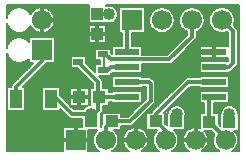
<source format=gtl>
G04 DipTrace 2.4.0.2*
%INSquishyDuinoRev2.gtl*%
%MOIN*%
%ADD13C,0.013*%
%ADD14C,0.0061*%
%ADD15R,0.0433X0.0394*%
%ADD16R,0.0669X0.0669*%
%ADD17C,0.0669*%
%ADD19R,0.0335X0.0197*%
%ADD20R,0.0394X0.0433*%
%ADD21R,0.0394X0.0591*%
%ADD22R,0.0787X0.0236*%
%ADD23C,0.04*%
%FSLAX44Y44*%
G04*
G70*
G90*
G75*
G01*
%LNTop*%
%LPD*%
X7205Y5937D2*
D13*
X8123D1*
X11536Y5107D2*
X11537D1*
Y5375D1*
X9786D2*
X9753Y5341D1*
Y5121D1*
X6911Y5375D2*
X6941Y5345D1*
Y5121D1*
X7205Y5937D2*
X7161Y5893D1*
Y5500D1*
X7036Y5375D1*
X6911D1*
X6286D1*
X5723Y5937D1*
X5598D1*
Y5875D1*
X6504Y7101D2*
X7161Y6443D1*
Y5500D1*
X11286Y8500D2*
X11662Y8125D1*
Y7062D1*
X11536Y6937D1*
X11036D1*
X7330Y7357D2*
D14*
X7286Y7312D1*
X7474D1*
D13*
X7599Y7187D1*
X9536D1*
X10286Y7937D1*
Y8500D1*
X7330Y6845D2*
X7506D1*
X7599Y6937D1*
X7724D1*
X8123D1*
X7330Y7357D2*
D14*
X7349D1*
Y6845D1*
X7330D1*
X8286Y8500D2*
D13*
X8123Y8337D1*
Y7437D1*
Y6437D2*
X8849D1*
X8911Y6375D1*
Y5812D1*
X8219Y5121D1*
X7610D1*
X7411Y4922D1*
Y4500D1*
X11036Y6437D2*
X10161D1*
X9084Y5360D1*
Y5121D1*
X9411Y4793D1*
Y4500D1*
X11036Y5937D2*
X10867D1*
Y5107D1*
X11411Y4563D1*
Y4500D1*
X7139Y8710D2*
X7161Y8688D1*
X7536D1*
X5286Y7500D2*
Y7125D1*
X4417Y6256D1*
Y5875D1*
D23*
X11537Y5375D3*
X9786D3*
X6911D3*
D3*
D3*
X7536Y8688D3*
X4348Y5250D3*
Y4812D3*
Y4375D3*
X5723D3*
Y4812D3*
Y5250D3*
X4125Y8956D2*
D14*
X6842D1*
X7664D2*
X11867D1*
X4125Y8896D2*
X4373D1*
X4700D2*
X5113D1*
X5459D2*
X6842D1*
X7750D2*
X7851D1*
X8721D2*
X9113D1*
X9458D2*
X10113D1*
X10458D2*
X11114D1*
X11458D2*
X11867D1*
X4125Y8835D2*
X4268D1*
X4804D2*
X5013D1*
X5559D2*
X6842D1*
X7797D2*
X7851D1*
X8721D2*
X9012D1*
X9560D2*
X10012D1*
X10560D2*
X11012D1*
X11560D2*
X11867D1*
X4125Y8775D2*
X4206D1*
X4867D2*
X4950D1*
X5621D2*
X6842D1*
X7823D2*
X7850D1*
X8721D2*
X8951D1*
X9622D2*
X9951D1*
X10622D2*
X10951D1*
X11621D2*
X11867D1*
X4125Y8715D2*
X4163D1*
X5663D2*
X6842D1*
X8721D2*
X8909D1*
X9664D2*
X9909D1*
X10664D2*
X10909D1*
X11664D2*
X11867D1*
X5692Y8655D2*
X6842D1*
X8721D2*
X8880D1*
X9693D2*
X9880D1*
X10693D2*
X10880D1*
X11692D2*
X11867D1*
X5710Y8595D2*
X6842D1*
X7821D2*
X7851D1*
X8721D2*
X8862D1*
X9711D2*
X9862D1*
X10711D2*
X10862D1*
X11711D2*
X11867D1*
X5720Y8535D2*
X6842D1*
X7794D2*
X7851D1*
X8721D2*
X8852D1*
X9720D2*
X9852D1*
X10720D2*
X10852D1*
X11720D2*
X11867D1*
X5721Y8475D2*
X6842D1*
X7745D2*
X7851D1*
X8721D2*
X8852D1*
X9720D2*
X9852D1*
X10720D2*
X10852D1*
X11720D2*
X11867D1*
X5713Y8415D2*
X6842D1*
X7653D2*
X7851D1*
X8721D2*
X8860D1*
X9713D2*
X9860D1*
X10713D2*
X10860D1*
X11713D2*
X11867D1*
X5696Y8355D2*
X7851D1*
X8721D2*
X8876D1*
X9696D2*
X9876D1*
X10696D2*
X10876D1*
X11696D2*
X11867D1*
X4125Y8295D2*
X4157D1*
X5669D2*
X6842D1*
X7436D2*
X7851D1*
X8721D2*
X8903D1*
X9669D2*
X9903D1*
X10669D2*
X10903D1*
X11723D2*
X11867D1*
X4125Y8234D2*
X4197D1*
X4874D2*
X4943D1*
X5629D2*
X6842D1*
X7436D2*
X7851D1*
X8721D2*
X8943D1*
X9629D2*
X9943D1*
X10629D2*
X10943D1*
X11784D2*
X11867D1*
X4125Y8174D2*
X4255D1*
X4816D2*
X5000D1*
X5571D2*
X6842D1*
X7436D2*
X7851D1*
X8721D2*
X9001D1*
X9572D2*
X10001D1*
X10572D2*
X11001D1*
X11819D2*
X11867D1*
X4125Y8114D2*
X4350D1*
X4722D2*
X5092D1*
X5480D2*
X6842D1*
X7436D2*
X7851D1*
X8721D2*
X9092D1*
X9480D2*
X10092D1*
X10480D2*
X11092D1*
X11827D2*
X11867D1*
X4125Y8054D2*
X6842D1*
X7436D2*
X7958D1*
X8289D2*
X10121D1*
X10452D2*
X11496D1*
X11827D2*
X11867D1*
X4125Y7994D2*
X6842D1*
X7436D2*
X7958D1*
X8289D2*
X10111D1*
X10452D2*
X11496D1*
X11827D2*
X11867D1*
X4125Y7934D2*
X6842D1*
X7436D2*
X7958D1*
X8289D2*
X10051D1*
X10452D2*
X11496D1*
X11827D2*
X11867D1*
X4125Y7874D2*
X4326D1*
X4746D2*
X4850D1*
X5721D2*
X6842D1*
X7436D2*
X7958D1*
X8289D2*
X9991D1*
X10438D2*
X11496D1*
X11827D2*
X11867D1*
X4125Y7814D2*
X4242D1*
X4829D2*
X4850D1*
X5721D2*
X6842D1*
X7436D2*
X7958D1*
X8289D2*
X9931D1*
X10394D2*
X11496D1*
X11827D2*
X11867D1*
X4125Y7754D2*
X4188D1*
X5721D2*
X6842D1*
X7436D2*
X7958D1*
X8289D2*
X9871D1*
X10334D2*
X11496D1*
X11827D2*
X11867D1*
X4125Y7693D2*
X4151D1*
X5721D2*
X7958D1*
X8289D2*
X9811D1*
X10274D2*
X11496D1*
X11827D2*
X11867D1*
X5721Y7633D2*
X7629D1*
X8618D2*
X9750D1*
X10214D2*
X10542D1*
X11827D2*
X11867D1*
X5721Y7573D2*
X7629D1*
X8618D2*
X9691D1*
X10153D2*
X10542D1*
X11827D2*
X11867D1*
X5721Y7513D2*
X7062D1*
X7599D2*
X7628D1*
X8618D2*
X9630D1*
X10094D2*
X10542D1*
X11827D2*
X11867D1*
X5721Y7453D2*
X7062D1*
X7599D2*
X7628D1*
X8618D2*
X9570D1*
X10033D2*
X10542D1*
X11827D2*
X11867D1*
X5721Y7393D2*
X7062D1*
X8618D2*
X9510D1*
X9974D2*
X10542D1*
X11827D2*
X11867D1*
X5721Y7333D2*
X7062D1*
X9913D2*
X10542D1*
X11827D2*
X11867D1*
X4125Y7273D2*
X4171D1*
X5721D2*
X6235D1*
X6771D2*
X7062D1*
X9853D2*
X10542D1*
X11827D2*
X11867D1*
X4125Y7213D2*
X4216D1*
X5721D2*
X6235D1*
X6771D2*
X7062D1*
X9793D2*
X11496D1*
X11827D2*
X11867D1*
X4125Y7153D2*
X4284D1*
X4788D2*
X4850D1*
X5721D2*
X6235D1*
X6771D2*
X7217D1*
X9733D2*
X11496D1*
X11827D2*
X11867D1*
X4125Y7092D2*
X4407D1*
X4664D2*
X4850D1*
X5721D2*
X6235D1*
X6771D2*
X7217D1*
X9672D2*
X10542D1*
X11827D2*
X11867D1*
X4125Y7032D2*
X4962D1*
X5422D2*
X6235D1*
X6804D2*
X7062D1*
X9579D2*
X10542D1*
X11824D2*
X11867D1*
X4125Y6972D2*
X4901D1*
X5365D2*
X6235D1*
X6864D2*
X7062D1*
X8618D2*
X10542D1*
X11799D2*
X11867D1*
X4125Y6912D2*
X4842D1*
X5304D2*
X6235D1*
X6924D2*
X7062D1*
X8618D2*
X10542D1*
X11742D2*
X11867D1*
X4125Y6852D2*
X4781D1*
X5245D2*
X6521D1*
X6984D2*
X7062D1*
X8618D2*
X10542D1*
X11683D2*
X11867D1*
X4125Y6792D2*
X4721D1*
X5184D2*
X6581D1*
X8618D2*
X10542D1*
X11608D2*
X11867D1*
X4125Y6732D2*
X4661D1*
X5125D2*
X6641D1*
X8618D2*
X10542D1*
X11530D2*
X11867D1*
X4125Y6672D2*
X4601D1*
X5064D2*
X6701D1*
X7599D2*
X11867D1*
X4125Y6612D2*
X4540D1*
X5004D2*
X6761D1*
X7224D2*
X7629D1*
X8618D2*
X10542D1*
X11530D2*
X11867D1*
X4125Y6551D2*
X4481D1*
X4944D2*
X6822D1*
X7284D2*
X7629D1*
X8966D2*
X10044D1*
X11530D2*
X11867D1*
X4125Y6491D2*
X4420D1*
X4884D2*
X6881D1*
X7319D2*
X7629D1*
X9027D2*
X9984D1*
X11530D2*
X11867D1*
X4125Y6431D2*
X4361D1*
X4823D2*
X6941D1*
X7327D2*
X7629D1*
X9067D2*
X9924D1*
X11530D2*
X11867D1*
X4125Y6371D2*
X4301D1*
X4764D2*
X6995D1*
X7327D2*
X7629D1*
X9077D2*
X9864D1*
X11530D2*
X11867D1*
X4125Y6311D2*
X4261D1*
X4703D2*
X6995D1*
X7327D2*
X7629D1*
X9077D2*
X9803D1*
X11530D2*
X11867D1*
X4715Y6251D2*
X5300D1*
X5896D2*
X6995D1*
X7327D2*
X7629D1*
X8618D2*
X8746D1*
X9077D2*
X9744D1*
X10207D2*
X10542D1*
X11530D2*
X11867D1*
X4715Y6191D2*
X5300D1*
X5896D2*
X6219D1*
X6853D2*
X6888D1*
X7523D2*
X8746D1*
X9077D2*
X9683D1*
X10147D2*
X11867D1*
X4715Y6131D2*
X5300D1*
X5896D2*
X6219D1*
X6853D2*
X6888D1*
X7523D2*
X7629D1*
X8618D2*
X8746D1*
X9077D2*
X9623D1*
X10086D2*
X10542D1*
X11530D2*
X11867D1*
X4715Y6071D2*
X5300D1*
X5896D2*
X6219D1*
X6853D2*
X6888D1*
X8618D2*
X8746D1*
X9077D2*
X9563D1*
X10027D2*
X10542D1*
X11530D2*
X11867D1*
X4715Y6011D2*
X5300D1*
X5896D2*
X6219D1*
X6853D2*
X6888D1*
X8618D2*
X8746D1*
X9077D2*
X9503D1*
X9966D2*
X10542D1*
X11530D2*
X11867D1*
X4715Y5950D2*
X5300D1*
X5942D2*
X6219D1*
X6853D2*
X6888D1*
X8618D2*
X8746D1*
X9077D2*
X9443D1*
X9906D2*
X10542D1*
X11530D2*
X11867D1*
X4715Y5890D2*
X5300D1*
X6002D2*
X6219D1*
X6853D2*
X6888D1*
X8618D2*
X8746D1*
X9077D2*
X9383D1*
X9846D2*
X10542D1*
X11530D2*
X11867D1*
X4715Y5830D2*
X5300D1*
X6062D2*
X6219D1*
X6853D2*
X6888D1*
X8618D2*
X8698D1*
X9077D2*
X9322D1*
X9786D2*
X10542D1*
X11530D2*
X11867D1*
X4715Y5770D2*
X5300D1*
X6122D2*
X6219D1*
X6853D2*
X6888D1*
X7523D2*
X7629D1*
X8618D2*
X8637D1*
X9071D2*
X9263D1*
X9725D2*
X10542D1*
X11530D2*
X11867D1*
X4715Y5710D2*
X5300D1*
X6182D2*
X6218D1*
X6853D2*
X6888D1*
X7523D2*
X8578D1*
X9040D2*
X9202D1*
X9666D2*
X10701D1*
X11032D2*
X11867D1*
X4715Y5650D2*
X5300D1*
X7523D2*
X8517D1*
X8981D2*
X9142D1*
X9605D2*
X9676D1*
X9897D2*
X10701D1*
X11032D2*
X11426D1*
X11647D2*
X11867D1*
X4715Y5590D2*
X5300D1*
X6302D2*
X6703D1*
X7327D2*
X8457D1*
X8920D2*
X9082D1*
X9546D2*
X9579D1*
X9994D2*
X10701D1*
X11032D2*
X11329D1*
X11743D2*
X11867D1*
X4715Y5530D2*
X5300D1*
X7327D2*
X8397D1*
X8861D2*
X9022D1*
X9485D2*
X9530D1*
X10043D2*
X10701D1*
X11032D2*
X11280D1*
X11793D2*
X11867D1*
X4125Y5470D2*
X5960D1*
X7324D2*
X8337D1*
X8800D2*
X8962D1*
X9425D2*
X9502D1*
X10072D2*
X10701D1*
X11032D2*
X11251D1*
X11821D2*
X11867D1*
X4125Y5409D2*
X6019D1*
X7927D2*
X8276D1*
X8740D2*
X8767D1*
X9401D2*
X9436D1*
X10085D2*
X10701D1*
X11032D2*
X11238D1*
X11835D2*
X11868D1*
X4125Y5349D2*
X6080D1*
X7258D2*
X7293D1*
X7927D2*
X8217D1*
X8680D2*
X8767D1*
X9401D2*
X9436D1*
X10086D2*
X10550D1*
X11184D2*
X11219D1*
X4125Y5289D2*
X6140D1*
X7258D2*
X7293D1*
X7927D2*
X8156D1*
X8620D2*
X8767D1*
X9401D2*
X9436D1*
X10075D2*
X10550D1*
X11184D2*
X11219D1*
X4125Y5229D2*
X6215D1*
X7258D2*
X7293D1*
X8559D2*
X8767D1*
X9401D2*
X9436D1*
X10070D2*
X10550D1*
X11184D2*
X11219D1*
X4125Y5169D2*
X6624D1*
X7258D2*
X7293D1*
X8500D2*
X8767D1*
X9401D2*
X9436D1*
X10070D2*
X10550D1*
X11184D2*
X11219D1*
X4125Y5109D2*
X6624D1*
X7258D2*
X7293D1*
X8439D2*
X8767D1*
X9401D2*
X9436D1*
X10070D2*
X10550D1*
X11184D2*
X11219D1*
X4125Y5049D2*
X6624D1*
X7258D2*
X7293D1*
X8380D2*
X8767D1*
X9401D2*
X9436D1*
X10070D2*
X10550D1*
X11184D2*
X11219D1*
X4125Y4989D2*
X6624D1*
X8316D2*
X8767D1*
X10070D2*
X10550D1*
X4125Y4929D2*
X5976D1*
X7927D2*
X8394D1*
X8427D2*
X8767D1*
X10070D2*
X10394D1*
X10428D2*
X10550D1*
X4125Y4869D2*
X5976D1*
X7927D2*
X8185D1*
X8636D2*
X8767D1*
X10070D2*
X10186D1*
X4125Y4808D2*
X5976D1*
X6846D2*
X7107D1*
X7715D2*
X8106D1*
X8715D2*
X9106D1*
X9715D2*
X10106D1*
X10715D2*
X10934D1*
X11716D2*
X11867D1*
X4125Y4748D2*
X5976D1*
X6846D2*
X7055D1*
X7767D2*
X8055D1*
X8767D2*
X9056D1*
X9766D2*
X10056D1*
X10766D2*
X10994D1*
X11766D2*
X11867D1*
X4125Y4688D2*
X5976D1*
X6846D2*
X7019D1*
X7802D2*
X8019D1*
X8803D2*
X9019D1*
X9803D2*
X10019D1*
X10803D2*
X11019D1*
X11803D2*
X11867D1*
X4125Y4628D2*
X5976D1*
X6846D2*
X6995D1*
X7826D2*
X7995D1*
X8827D2*
X8995D1*
X9827D2*
X9995D1*
X10827D2*
X10995D1*
X11827D2*
X11867D1*
X4125Y4568D2*
X5976D1*
X6846D2*
X6981D1*
X7840D2*
X7981D1*
X8840D2*
X8981D1*
X9840D2*
X9982D1*
X10840D2*
X10982D1*
X11840D2*
X11867D1*
X4125Y4508D2*
X5976D1*
X6846D2*
X6976D1*
X7846D2*
X7976D1*
X8846D2*
X8976D1*
X9846D2*
X9976D1*
X10846D2*
X10976D1*
X11846D2*
X11867D1*
X4125Y4448D2*
X5976D1*
X6846D2*
X6979D1*
X7843D2*
X7979D1*
X8843D2*
X8979D1*
X9843D2*
X9979D1*
X10843D2*
X10979D1*
X11843D2*
X11868D1*
X4125Y4388D2*
X5976D1*
X6846D2*
X6990D1*
X7831D2*
X7990D1*
X8832D2*
X8990D1*
X9832D2*
X9990D1*
X10832D2*
X10990D1*
X11832D2*
X11867D1*
X4125Y4328D2*
X5976D1*
X6846D2*
X7012D1*
X7810D2*
X8011D1*
X8810D2*
X9011D1*
X9811D2*
X10011D1*
X10811D2*
X11011D1*
X11811D2*
X11867D1*
X4125Y4267D2*
X5976D1*
X6846D2*
X7044D1*
X7778D2*
X8044D1*
X8778D2*
X9044D1*
X9778D2*
X10044D1*
X10778D2*
X11044D1*
X11778D2*
X11867D1*
X4125Y4207D2*
X5976D1*
X6846D2*
X7090D1*
X7731D2*
X8091D1*
X8731D2*
X9091D1*
X9731D2*
X10091D1*
X10731D2*
X11091D1*
X11731D2*
X11867D1*
X4125Y4147D2*
X5976D1*
X6846D2*
X7160D1*
X7662D2*
X8160D1*
X8662D2*
X9160D1*
X9662D2*
X10160D1*
X10662D2*
X11160D1*
X11662D2*
X11867D1*
X6231Y6229D2*
X6847D1*
Y5662D1*
X6894Y5669D1*
Y6229D1*
X7001D1*
X7002Y6360D1*
Y6378D1*
X6471Y6908D1*
X6242D1*
Y7294D1*
X6765D1*
Y7064D1*
X7069Y6761D1*
X7068Y7038D1*
X7223D1*
Y7164D1*
X7068D1*
Y7550D1*
X7592D1*
Y7420D1*
X7635Y7378D1*
Y7650D1*
X7964D1*
Y8072D1*
X7857Y8071D1*
Y8929D1*
X8715D1*
Y8071D1*
X8283D1*
Y7649D1*
X8433Y7650D1*
X8611D1*
X8612Y7347D1*
X9471D1*
X10127Y8004D1*
Y8101D1*
X10079Y8124D1*
X10027Y8158D1*
X9981Y8198D1*
X9941Y8245D1*
X9908Y8296D1*
X9883Y8352D1*
X9866Y8411D1*
X9858Y8472D1*
Y8533D1*
X9867Y8594D1*
X9885Y8653D1*
X9911Y8709D1*
X9945Y8760D1*
X9985Y8806D1*
X10032Y8846D1*
X10084Y8879D1*
X10140Y8904D1*
X10199Y8920D1*
X10260Y8928D1*
X10321D1*
X10382Y8919D1*
X10440Y8901D1*
X10496Y8875D1*
X10547Y8841D1*
X10593Y8800D1*
X10633Y8753D1*
X10665Y8701D1*
X10690Y8645D1*
X10707Y8586D1*
X10715Y8525D1*
X10714Y8469D1*
X10706Y8409D1*
X10688Y8350D1*
X10663Y8294D1*
X10629Y8242D1*
X10589Y8196D1*
X10543Y8156D1*
X10491Y8123D1*
X10445Y8102D1*
X10446Y8009D1*
Y7937D1*
X10443Y7907D1*
X10434Y7877D1*
X10420Y7850D1*
X10399Y7825D1*
X9649Y7075D1*
X9625Y7055D1*
X9598Y7041D1*
X9569Y7031D1*
X9536Y7028D1*
X8611Y7027D1*
Y6725D1*
X7635D1*
Y6749D1*
X7619Y6732D1*
X7600Y6716D1*
X7592Y6700D1*
Y6652D1*
X7179D1*
X7274Y6556D1*
X7293Y6532D1*
X7308Y6505D1*
X7317Y6476D1*
X7321Y6443D1*
Y6229D1*
X7516D1*
Y6097D1*
X7634D1*
X7635Y6150D1*
X8611D1*
Y5739D1*
X8752Y5879D1*
Y6278D1*
X8612D1*
X8611Y6225D1*
X7635D1*
Y6650D1*
X8611D1*
Y6597D1*
X8849D1*
X8879Y6594D1*
X8909Y6585D1*
X8936Y6571D1*
X8962Y6550D1*
X9024Y6488D1*
X9044Y6464D1*
X9058Y6437D1*
X9067Y6408D1*
X9071Y6375D1*
Y5812D1*
X9068Y5782D1*
X9059Y5752D1*
X9045Y5725D1*
X9024Y5699D1*
X8332Y5008D1*
X8309Y4988D1*
X8282Y4974D1*
X8252Y4964D1*
X8219Y4961D1*
X7921D1*
Y4829D1*
X7686D1*
X7718Y4800D1*
X7757Y4753D1*
X7790Y4701D1*
X7815Y4645D1*
X7831Y4586D1*
X7839Y4525D1*
Y4469D1*
X7830Y4408D1*
X7813Y4349D1*
X7787Y4294D1*
X7754Y4242D1*
X7714Y4196D1*
X7668Y4156D1*
X7615Y4122D1*
X8207D1*
X8167Y4146D1*
X8128Y4177D1*
X8093Y4211D1*
X8062Y4249D1*
X8036Y4291D1*
X8015Y4335D1*
X7998Y4381D1*
X7988Y4429D1*
X7982Y4478D1*
X7983Y4527D1*
X7989Y4576D1*
X8000Y4623D1*
X8017Y4670D1*
X8039Y4713D1*
X8066Y4755D1*
X8097Y4792D1*
X8133Y4826D1*
X8172Y4856D1*
X8214Y4881D1*
X8259Y4901D1*
X8306Y4916D1*
X8354Y4925D1*
X8403Y4929D1*
X8452Y4927D1*
X8500Y4919D1*
X8548Y4907D1*
X8593Y4888D1*
X8637Y4865D1*
X8677Y4837D1*
X8714Y4804D1*
X8746Y4768D1*
X8775Y4728D1*
X8798Y4685D1*
X8817Y4639D1*
X8830Y4592D1*
X8838Y4543D1*
X8840Y4494D1*
X8837Y4445D1*
X8828Y4396D1*
X8813Y4349D1*
X8793Y4304D1*
X8768Y4262D1*
X8739Y4223D1*
X8705Y4187D1*
X8668Y4156D1*
X8627Y4129D1*
X8615Y4122D1*
X9207D1*
X9177Y4140D1*
X9128Y4177D1*
X9085Y4220D1*
X9049Y4269D1*
X9020Y4324D1*
X8998Y4381D1*
X8986Y4441D1*
X8982Y4502D1*
X8987Y4564D1*
X9000Y4623D1*
X9022Y4681D1*
X9052Y4734D1*
X9089Y4783D1*
X9133Y4826D1*
X9136Y4829D1*
X8773D1*
Y5412D1*
X8933Y5413D1*
X8946Y5441D1*
X8971Y5473D1*
X10049Y6550D1*
X10072Y6570D1*
X10099Y6584D1*
X10128Y6593D1*
X10161Y6597D1*
X10548D1*
Y6650D1*
X11525D1*
Y6225D1*
X10548D1*
Y6277D1*
X10227Y6278D1*
X9361Y5412D1*
X9395D1*
Y5035D1*
X9442Y4988D1*
Y5412D1*
X9495D1*
X9505Y5461D1*
X9515Y5490D1*
X9529Y5518D1*
X9545Y5544D1*
X9564Y5568D1*
X9585Y5590D1*
X9609Y5610D1*
X9634Y5627D1*
X9661Y5641D1*
X9690Y5653D1*
X9719Y5662D1*
X9749Y5667D1*
X9780Y5669D1*
X9811Y5668D1*
X9841Y5664D1*
X9871Y5657D1*
X9900Y5647D1*
X9928Y5633D1*
X9954Y5617D1*
X9978Y5598D1*
X10000Y5577D1*
X10020Y5554D1*
X10038Y5529D1*
X10052Y5502D1*
X10064Y5473D1*
X10073Y5444D1*
X10078Y5414D1*
X10081Y5375D1*
X10079Y5344D1*
X10075Y5314D1*
X10064Y5278D1*
Y4829D1*
X9685D1*
X9718Y4800D1*
X9757Y4753D1*
X9790Y4701D1*
X9815Y4645D1*
X9831Y4586D1*
X9839Y4525D1*
Y4469D1*
X9830Y4408D1*
X9813Y4349D1*
X9787Y4294D1*
X9754Y4242D1*
X9714Y4196D1*
X9668Y4156D1*
X9615Y4122D1*
X10207D1*
X10167Y4146D1*
X10128Y4177D1*
X10093Y4211D1*
X10062Y4249D1*
X10036Y4291D1*
X10015Y4335D1*
X9998Y4381D1*
X9988Y4429D1*
X9982Y4478D1*
X9983Y4527D1*
X9989Y4576D1*
X10000Y4623D1*
X10017Y4670D1*
X10039Y4713D1*
X10066Y4755D1*
X10097Y4792D1*
X10133Y4826D1*
X10172Y4856D1*
X10214Y4881D1*
X10259Y4901D1*
X10306Y4916D1*
X10354Y4925D1*
X10403Y4929D1*
X10452Y4927D1*
X10500Y4919D1*
X10548Y4907D1*
X10556Y4904D1*
Y5398D1*
X10708D1*
X10707Y5506D1*
Y5724D1*
X10548Y5725D1*
Y6150D1*
X11525D1*
Y5725D1*
X11027D1*
X11026Y5399D1*
X11178Y5398D1*
Y5021D1*
X11224Y4975D1*
X11225Y5398D1*
X11243D1*
X11247Y5432D1*
X11255Y5461D1*
X11265Y5490D1*
X11279Y5518D1*
X11295Y5544D1*
X11314Y5568D1*
X11335Y5590D1*
X11359Y5610D1*
X11384Y5627D1*
X11411Y5641D1*
X11440Y5653D1*
X11469Y5662D1*
X11500Y5667D1*
X11530Y5669D1*
X11561Y5668D1*
X11591Y5664D1*
X11621Y5657D1*
X11650Y5647D1*
X11678Y5633D1*
X11704Y5617D1*
X11728Y5598D1*
X11750Y5577D1*
X11770Y5554D1*
X11788Y5529D1*
X11802Y5502D1*
X11814Y5473D1*
X11823Y5444D1*
X11830Y5398D1*
X11847D1*
Y4815D1*
X11702D1*
X11738Y4777D1*
X11775Y4728D1*
X11803Y4673D1*
X11824Y4616D1*
X11837Y4555D1*
X11840Y4500D1*
X11836Y4438D1*
X11823Y4379D1*
X11801Y4321D1*
X11772Y4267D1*
X11735Y4218D1*
X11691Y4175D1*
X11642Y4138D1*
X11615Y4122D1*
X11873D1*
Y9016D1*
X7431D1*
X7430Y8962D1*
X7469Y8974D1*
X7499Y8980D1*
X7530Y8982D1*
X7560Y8981D1*
X7591Y8977D1*
X7621Y8970D1*
X7650Y8959D1*
X7677Y8946D1*
X7703Y8930D1*
X7728Y8911D1*
X7750Y8890D1*
X7770Y8867D1*
X7787Y8842D1*
X7802Y8815D1*
X7814Y8786D1*
X7822Y8757D1*
X7828Y8727D1*
X7831Y8688D1*
X7829Y8657D1*
X7824Y8627D1*
X7816Y8597D1*
X7805Y8568D1*
X7792Y8541D1*
X7775Y8515D1*
X7756Y8491D1*
X7734Y8469D1*
X7710Y8450D1*
X7685Y8433D1*
X7657Y8419D1*
X7629Y8408D1*
X7599Y8400D1*
X7569Y8395D1*
X7538Y8393D1*
X7508Y8394D1*
X7477Y8399D1*
X7430Y8413D1*
Y8399D1*
X6848D1*
Y9016D1*
X4118D1*
Y8581D1*
X4132Y8634D1*
X4155Y8691D1*
X4187Y8744D1*
X4225Y8791D1*
X4270Y8833D1*
X4321Y8868D1*
X4376Y8895D1*
X4435Y8914D1*
X4495Y8924D1*
X4556Y8925D1*
X4617Y8918D1*
X4677Y8902D1*
X4733Y8877D1*
X4785Y8845D1*
X4832Y8806D1*
X4873Y8760D1*
X4907Y8709D1*
X4909Y8705D1*
X4927Y8735D1*
X4956Y8774D1*
X4989Y8810D1*
X5027Y8842D1*
X5067Y8869D1*
X5111Y8892D1*
X5157Y8909D1*
X5204Y8921D1*
X5253Y8928D1*
X5302Y8929D1*
X5351Y8924D1*
X5399Y8914D1*
X5446Y8898D1*
X5490Y8877D1*
X5532Y8852D1*
X5570Y8821D1*
X5605Y8787D1*
X5636Y8748D1*
X5662Y8707D1*
X5683Y8662D1*
X5699Y8616D1*
X5710Y8568D1*
X5715Y8519D1*
X5714Y8469D1*
X5708Y8421D1*
X5696Y8373D1*
X5679Y8327D1*
X5656Y8283D1*
X5629Y8242D1*
X5597Y8205D1*
X5562Y8171D1*
X5522Y8142D1*
X5480Y8117D1*
X5435Y8097D1*
X5388Y8083D1*
X5340Y8074D1*
X5291Y8071D1*
X5242Y8073D1*
X5193Y8081D1*
X5146Y8094D1*
X5100Y8113D1*
X5057Y8137D1*
X5017Y8165D1*
X4981Y8198D1*
X4948Y8235D1*
X4920Y8275D1*
X4908Y8294D1*
X4875Y8243D1*
X4834Y8197D1*
X4788Y8157D1*
X4736Y8124D1*
X4680Y8099D1*
X4620Y8083D1*
X4560Y8075D1*
X4498Y8076D1*
X4438Y8086D1*
X4379Y8104D1*
X4324Y8131D1*
X4273Y8165D1*
X4228Y8206D1*
X4189Y8254D1*
X4157Y8306D1*
X4133Y8363D1*
X4118Y8419D1*
Y7581D1*
X4132Y7634D1*
X4155Y7691D1*
X4187Y7744D1*
X4225Y7791D1*
X4270Y7833D1*
X4321Y7868D1*
X4376Y7895D1*
X4435Y7913D1*
X4495Y7924D1*
X4556Y7925D1*
X4617Y7918D1*
X4677Y7902D1*
X4733Y7877D1*
X4785Y7845D1*
X4832Y7806D1*
X4856Y7780D1*
X4857Y7929D1*
X5715D1*
Y7071D1*
X5436D1*
X5420Y7038D1*
X5399Y7012D1*
X4652Y6265D1*
X4709D1*
Y5485D1*
X4126D1*
Y6265D1*
X4257D1*
X4267Y6309D1*
X4280Y6337D1*
X4304Y6369D1*
X5007Y7072D1*
X4857Y7071D1*
X4855Y7219D1*
X4812Y7176D1*
X4762Y7140D1*
X4708Y7111D1*
X4650Y7090D1*
X4590Y7078D1*
X4529Y7074D1*
X4468Y7080D1*
X4408Y7094D1*
X4351Y7116D1*
X4298Y7147D1*
X4250Y7185D1*
X4207Y7229D1*
X4172Y7279D1*
X4144Y7334D1*
X4124Y7392D1*
X4118Y7419D1*
Y4122D1*
X5983D1*
X5982Y4144D1*
Y4929D1*
X6630D1*
X6629Y5216D1*
X6286Y5215D1*
X6255Y5218D1*
X6226Y5227D1*
X6199Y5241D1*
X6173Y5262D1*
X5890Y5545D1*
Y5485D1*
X5307D1*
Y6265D1*
X5890D1*
Y5997D1*
X6225Y5661D1*
Y6229D1*
X6231D1*
X7516Y5779D2*
Y5646D1*
X7321Y5645D1*
Y5500D1*
X7318Y5469D1*
X7309Y5440D1*
X7295Y5413D1*
X7274Y5387D1*
X7251Y5365D1*
X7252Y4927D1*
X7253Y4945D1*
X7260Y4975D1*
X7273Y5002D1*
X7296Y5033D1*
X7299Y5044D1*
Y5412D1*
X7921D1*
Y5280D1*
X8154D1*
X8599Y5725D1*
X8304D1*
X7635D1*
Y5777D1*
X7516Y5778D1*
X6840Y4829D2*
Y4122D1*
X7207D1*
X7177Y4140D1*
X7128Y4177D1*
X7085Y4220D1*
X7049Y4269D1*
X7020Y4324D1*
X6998Y4381D1*
X6986Y4441D1*
X6982Y4502D1*
X6987Y4564D1*
X7000Y4623D1*
X7022Y4681D1*
X7052Y4734D1*
X7089Y4783D1*
X7133Y4826D1*
X7136Y4829D1*
X6840D1*
X10840Y4494D2*
X10837Y4445D1*
X10828Y4396D1*
X10813Y4349D1*
X10793Y4304D1*
X10768Y4262D1*
X10739Y4223D1*
X10705Y4187D1*
X10668Y4156D1*
X10627Y4129D1*
X10615Y4122D1*
X11207D1*
X11152Y4157D1*
X11106Y4198D1*
X11066Y4244D1*
X11033Y4296D1*
X11008Y4352D1*
X10991Y4411D1*
X10983Y4472D1*
Y4533D1*
X10992Y4594D1*
X11010Y4653D1*
X11037Y4711D1*
X10932Y4815D1*
X10701D1*
X10722Y4795D1*
X10754Y4758D1*
X10781Y4717D1*
X10803Y4673D1*
X10821Y4627D1*
X10833Y4580D1*
X10839Y4531D1*
X10840Y4494D1*
X9714Y8469D2*
X9706Y8409D1*
X9688Y8350D1*
X9663Y8294D1*
X9629Y8242D1*
X9589Y8196D1*
X9543Y8156D1*
X9491Y8123D1*
X9435Y8098D1*
X9376Y8080D1*
X9315Y8072D1*
X9254D1*
X9193Y8081D1*
X9135Y8099D1*
X9079Y8124D1*
X9027Y8158D1*
X8981Y8198D1*
X8941Y8245D1*
X8908Y8296D1*
X8883Y8352D1*
X8866Y8411D1*
X8858Y8472D1*
Y8533D1*
X8867Y8594D1*
X8885Y8653D1*
X8911Y8709D1*
X8945Y8760D1*
X8985Y8806D1*
X9032Y8846D1*
X9084Y8879D1*
X9140Y8904D1*
X9199Y8920D1*
X9260Y8928D1*
X9321D1*
X9382Y8919D1*
X9440Y8901D1*
X9496Y8875D1*
X9547Y8841D1*
X9593Y8800D1*
X9633Y8753D1*
X9665Y8701D1*
X9690Y8645D1*
X9707Y8586D1*
X9715Y8525D1*
X9714Y8469D1*
X11714D2*
X11706Y8409D1*
X11688Y8350D1*
X11681Y8331D1*
X11774Y8238D1*
X11794Y8214D1*
X11808Y8187D1*
X11818Y8158D1*
X11821Y8125D1*
Y7062D1*
X11818Y7032D1*
X11809Y7003D1*
X11795Y6975D1*
X11774Y6950D1*
X11649Y6825D1*
X11626Y6805D1*
X11599Y6790D1*
X11569Y6781D1*
X11524Y6778D1*
X11525Y6725D1*
X10548D1*
Y7150D1*
X11502D1*
Y7225D1*
X10548D1*
Y7650D1*
X11502D1*
Y8060D1*
X11454Y8106D1*
X11406Y8088D1*
X11346Y8075D1*
X11285Y8071D1*
X11224Y8075D1*
X11164Y8089D1*
X11106Y8110D1*
X11053Y8140D1*
X11004Y8177D1*
X10960Y8221D1*
X10924Y8270D1*
X10895Y8324D1*
X10874Y8382D1*
X10861Y8442D1*
X10857Y8503D1*
X10862Y8564D1*
X10875Y8624D1*
X10897Y8681D1*
X10927Y8735D1*
X10964Y8784D1*
X11008Y8827D1*
X11057Y8863D1*
X11111Y8892D1*
X11169Y8913D1*
X11229Y8925D1*
X11290Y8929D1*
X11351Y8924D1*
X11411Y8911D1*
X11469Y8889D1*
X11522Y8859D1*
X11571Y8821D1*
X11614Y8778D1*
X11650Y8728D1*
X11679Y8674D1*
X11699Y8616D1*
X11712Y8556D1*
X11715Y8500D1*
X11714Y8469D1*
X6854Y8352D2*
X7430D1*
Y7729D1*
X6848D1*
Y8352D1*
X6854D1*
X6664Y5535D2*
X6689Y5568D1*
X6710Y5590D1*
X6733Y5610D1*
X6759Y5627D1*
X6796Y5646D1*
X6240D1*
X6353Y5534D1*
X6663D1*
X6689Y5568D1*
X6710Y5590D1*
X6733Y5610D1*
X6759Y5627D1*
X6798Y5646D1*
X6664Y5535D2*
X6689Y5568D1*
X6710Y5590D1*
X6733Y5610D1*
X6759Y5627D1*
X6798Y5646D1*
X6847Y5662D1*
X6874Y5667D1*
X6894Y5669D1*
X6536Y6229D2*
D13*
Y5646D1*
X6225Y5937D2*
X6847D1*
X6411Y4929D2*
Y4500D1*
X5982D2*
X6840D1*
X8411Y4929D2*
Y4500D1*
X7982D2*
X8840D1*
X10411Y4929D2*
Y4500D1*
X9982D2*
X10840D1*
X5286Y8929D2*
Y8071D1*
Y8500D2*
X5715D1*
X7139Y8351D2*
Y7729D1*
X6848Y8040D2*
X7430D1*
X11036Y7650D2*
Y7225D1*
X10548Y7437D2*
X11036D1*
D15*
X6536Y5937D3*
X7205D3*
D16*
X6411Y4500D3*
D17*
X7411D3*
X8411D3*
X9411D3*
X10411D3*
X11411D3*
D16*
X5286Y7500D3*
D17*
Y8500D3*
D16*
X8286D3*
D17*
X9286D3*
X10286D3*
X11286D3*
D19*
X7330Y6845D3*
Y7357D3*
X6504Y7101D3*
D15*
X11536Y5107D3*
X10867D3*
X9753Y5121D3*
X9084D3*
X6941D3*
X7610D3*
D20*
X7139Y8710D3*
Y8040D3*
D21*
X5598Y5875D3*
G36*
X4811Y6170D2*
Y5501D1*
X4575Y5265D1*
Y4398D1*
X4811Y4162D1*
X5205D1*
X5441Y4398D1*
Y5265D1*
X5205Y5501D1*
Y6170D1*
X4811D1*
G37*
D21*
X4417Y5875D3*
D22*
X11036Y5937D3*
Y6437D3*
Y6937D3*
Y7437D3*
X8123D3*
Y6937D3*
Y6437D3*
Y5937D3*
M02*

</source>
